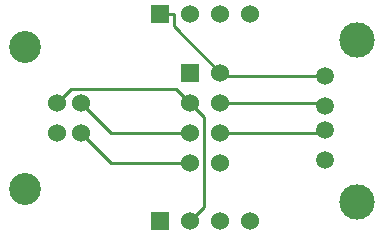
<source format=gtl>
G04 (created by PCBNEW (2013-05-16 BZR 4016)-stable) date 6/1/2013 11:24:41 AM*
%MOIN*%
G04 Gerber Fmt 3.4, Leading zero omitted, Abs format*
%FSLAX34Y34*%
G01*
G70*
G90*
G04 APERTURE LIST*
%ADD10C,0.00393701*%
%ADD11C,0.06*%
%ADD12C,0.1063*%
%ADD13C,0.0591*%
%ADD14C,0.1181*%
%ADD15R,0.06X0.06*%
%ADD16C,0.01*%
G04 APERTURE END LIST*
G54D10*
G54D11*
X53350Y-41000D03*
X53350Y-40000D03*
X52563Y-40000D03*
X52563Y-41000D03*
G54D12*
X51500Y-42862D03*
X51500Y-38138D03*
G54D13*
X61500Y-39100D03*
X61500Y-40100D03*
X61500Y-40900D03*
X61500Y-41900D03*
G54D14*
X62550Y-37900D03*
X62550Y-43300D03*
G54D15*
X57000Y-39000D03*
G54D11*
X58000Y-39000D03*
X57000Y-40000D03*
X58000Y-40000D03*
X57000Y-41000D03*
X58000Y-41000D03*
X57000Y-42000D03*
X58000Y-42000D03*
G54D15*
X56000Y-37050D03*
G54D11*
X57000Y-37050D03*
X58000Y-37050D03*
X59000Y-37050D03*
G54D15*
X56000Y-43950D03*
G54D11*
X57000Y-43950D03*
X58000Y-43950D03*
X59000Y-43950D03*
G54D16*
X54350Y-41000D02*
X53350Y-40000D01*
X57000Y-41000D02*
X54350Y-41000D01*
X61400Y-40000D02*
X61500Y-40100D01*
X58000Y-40000D02*
X61400Y-40000D01*
X56000Y-37050D02*
X56450Y-37050D01*
X56450Y-37450D02*
X58000Y-39000D01*
X56450Y-37050D02*
X56450Y-37450D01*
X58100Y-39100D02*
X58000Y-39000D01*
X61500Y-39100D02*
X58100Y-39100D01*
X54350Y-42000D02*
X53350Y-41000D01*
X57000Y-42000D02*
X54350Y-42000D01*
X61400Y-41000D02*
X61500Y-40900D01*
X58000Y-41000D02*
X61400Y-41000D01*
X53019Y-39543D02*
X52562Y-40000D01*
X56543Y-39543D02*
X53019Y-39543D01*
X57000Y-40000D02*
X56543Y-39543D01*
X57468Y-40468D02*
X57000Y-40000D01*
X57468Y-43481D02*
X57468Y-40468D01*
X57000Y-43950D02*
X57468Y-43481D01*
M02*

</source>
